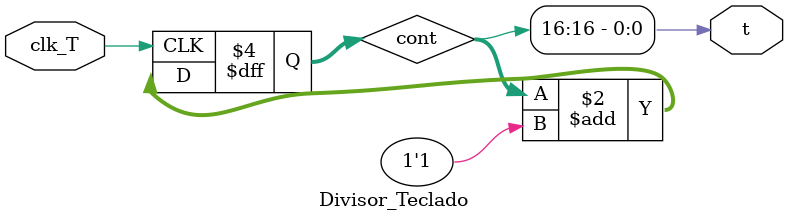
<source format=v>
`timescale 1ns / 1ps
module Divisor_Teclado(clk_T,t);
	input clk_T;  
	output t;
	reg [16:0]cont;

	initial begin
		cont=0;
	end
	assign t=cont[16];
	always @(posedge clk_T)
	cont<=cont+1'b1;
endmodule 
</source>
